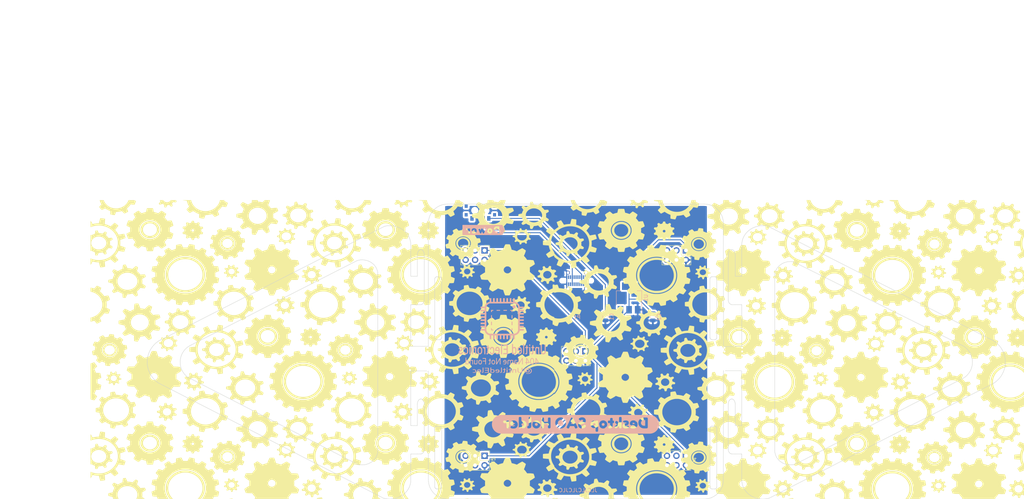
<source format=kicad_pcb>
(kicad_pcb (version 20210228) (generator pcbnew)
  (layers (0 "F.Cu" signal) (31 "B.Cu" signal) (34 "B.Paste" user) (35 "F.Paste" user) (36 "B.SilkS" user "B.Silkscreen") (37 "F.SilkS" user "F.Silkscreen") (38 "B.Mask" user) (39 "F.Mask" user) (44 "Edge.Cuts" user))
  (net 0 "")
  (net 1 "Net-(C1-Pad2)")
  (net 2 "VSS")
  (net 3 "VCC")
  (net 5 "+5V")
  (footprint "Connector_PinHeader_2.54mm:PinHeader_2x03_P2.54mm_Vertical" (layer "F.Cu") (at 126.975 120.65 -90)
    (fp_text reference "J5")
    (fp_text value "Conn_02x03_Odd_Even")
  )
  (footprint "Connector_PinHeader_2.54mm:PinHeader_2x03_P2.54mm_Vertical" (layer "F.Cu") (at 180.9 65.65 -90)
    (fp_text reference "J2")
    (fp_text value "Conn_02x03_Odd_Even")
  )
  (footprint "Connector_PinHeader_2.54mm:PinHeader_2x03_P2.54mm_Vertical" (layer "F.Cu") (at 126.975 65.65 -90)
    (fp_text reference "J1")
    (fp_text value "Conn_02x03_Odd_Even")
  )
  (footprint "LOGO" (layer "F.Cu") (at 0 0)
    (fp_text reference "G***" hide)
    (fp_text value "LOGO" hide)
  )
  (footprint "LOGO" (layer "F.Cu") (at 0 0)
    (fp_text reference "G***" hide)
    (fp_text value "LOGO" hide)
  )
  (footprint "Connector_PinHeader_2.54mm:PinHeader_2x03_P2.54mm_Vertical" (layer "F.Cu") (at 153.975 92.65 -90)
    (fp_text reference "J3")
    (fp_text value "Conn_02x03_Odd_Even")
  )
  (footprint "Gears:F.SilkS_g20319" (layer "F.Cu") (at 146.43 92.18)
    (fp_text reference "G***" hide)
    (fp_text value "LOGO" hide)
  )
  (footprint "DesktopHolder:MouseBites" (layer "F.Cu") (at 109.525 93.5)
    (fp_text reference "REF**" hide)
    (fp_text value "MouseBites")
  )
  (footprint "Connector_PinHeader_2.54mm:PinHeader_2x03_P2.54mm_Vertical" (layer "F.Cu") (at 180.9 120.65 -90)
    (fp_text reference "J4")
    (fp_text value "Conn_02x03_Odd_Even")
  )
  (footprint "LOGO" (layer "F.Cu") (at 0 0)
    (fp_text reference "G***" hide)
    (fp_text value "LOGO" hide)
  )
  (footprint "LOGO" (layer "F.Cu") (at 0 0)
    (fp_text reference "G***" hide)
    (fp_text value "LOGO" hide)
  )
  (footprint "LOGO" (layer "F.Cu") (at 0 0)
    (fp_text reference "G***" hide)
    (fp_text value "LOGO" hide)
  )
  (footprint "LOGO" (layer "F.Cu") (at 0 0)
    (fp_text reference "G***" hide)
    (fp_text value "LOGO" hide)
  )
  (footprint "LOGO" (layer "F.Cu") (at 0 0)
    (fp_text reference "G***" hide)
    (fp_text value "LOGO" hide)
  )
  (footprint "BreadBoardPwr:SK-3296S_switch" (layer "B.Cu") (at 125.855 54.95 180)
    (fp_text reference "Power1" hide)
    (fp_text value "SW3")
  )
  (footprint "Capacitor_SMD:C_0805_2012Metric" (layer "B.Cu") (at 172.05 83.45 90)
    (fp_text reference "C2")
    (fp_text value "1uF")
  )
  (footprint "cafebabe:UELogoAbove" (layer "B.Cu") (at 131.929925 87.500024 180)
    (fp_text reference "Ref**" hide)
    (fp_text value "Val**" hide)
  )
  (footprint "Capacitor_SMD:C_0805_2012Metric" (layer "B.Cu") (at 159.325 83.425 90)
    (fp_text reference "C1")
    (fp_text value "1uF")
  )
  (footprint "Package_TO_SOT_SMD:SOT-223-3_TabPin2" (layer "B.Cu") (at 165.675 78.375 90)
    (fp_text reference "U1")
    (fp_text value "TLV1117-33")
  )
  (footprint "Reflow:Jing_USB-C_Vert_C168703" (layer "B.Cu") (at 151.725 73.75 180)
    (fp_text reference "P1")
    (fp_text value "USB_C_Plug_corrected")
  )
  (footprint "DesktopHolder:MouseBites" (layer "B.Cu") (at 193.43625 93.5125 180)
    (fp_text reference "REF**" hide)
    (fp_text value "MouseBites")
  )
  (footprint "svg2mod" (layer "B.Cu") (at 151.32 112.22 180)
    (fp_text reference "svg2mod" hide)
    (fp_text value "G***" hide)
  )
  (footprint "buzzardLabel" (layer "B.Cu") (at 126.39 60.17 180)
    (fp_text reference "")
    (fp_text value "")
  )
  (gr_line (start 197.21165 130.452) (end 197.00565 130.22) (layer "Edge.Cuts") (width 0.1))
  (gr_line (start 93.85025 68.1829) (end 94.34265 68.1751) (layer "Edge.Cuts") (width 0.1))
  (gr_line (start 115.12495 89.4904) (end 115.01625 89.524) (layer "Edge.Cuts") (width 0.1))
  (gr_line (start 115.37915 129.2813) (end 115.30865 129.3667) (layer "Edge.Cuts") (width 0.1))
  (gr_line (start 185.78065 53.2289) (end 186.30865 53.2559) (layer "Edge.Cuts") (width 0.1))
  (gr_line (start 114.22155 72.7016) (end 114.22155 72.7016) (layer "Edge.Cuts") (width 0.1))
  (gr_line (start 113.89795 89.4372) (end 113.81245 89.3667) (layer "Edge.Cuts") (width 0.1))
  (gr_line (start 263.32965 101.2071) (end 203.21365 131.9903) (layer "Edge.Cuts") (width 0.1))
  (gr_line (start 47.21575 91.7285) (end 47.48805 91.5125) (layer "Edge.Cuts") (width 0.1))
  (gr_line (start 115.46585 73.1629) (end 115.47755 73.2796) (layer "Edge.Cuts") (width 0.1))
  (gr_line (start 109.71985 65.458) (end 109.90785 65.4297) (layer "Edge.Cuts") (width 0.1))
  (gr_line (start 264.43465 90.7397) (end 264.09265 90.4285) (layer "Edge.Cuts") (width 0.1))
  (gr_line (start 264.75965 99.9936) (end 265.05565 99.6369) (layer "Edge.Cuts") (width 0.1))
  (gr_line (start 192.51365 105.8393) (end 192.65065 105.6684) (layer "Edge.Cuts") (width 0.1))
  (gr_line (start 197.67165 60.3729) (end 197.43565 60.5829) (layer "Edge.Cuts") (width 0.1))
  (gr_line (start 257.38865 97.1144) (end 257.48465 96.7817) (layer "Edge.Cuts") (width 0.1))
  (gr_line (start 194.08065 106.548) (end 194.09965 106.8312) (layer "Edge.Cuts") (width 0.1))
  (gr_line (start 110.83585 66.8311) (end 110.83585 78.8857) (layer "Edge.Cuts") (width 0.1))
  (gr_line (start 115.37915 112.956) (end 115.43225 113.0542) (layer "Edge.Cuts") (width 0.1))
  (gr_line (start 97.03215 122.0697) (end 97.37615 121.7461) (layer "Edge.Cuts") (width 0.1))
  (gr_line (start 109.24985 105.8393) (end 109.13685 106.0465) (layer "Edge.Cuts") (width 0.1))
  (gr_line (start 264.43865 100.3305) (end 264.75965 99.9936) (layer "Edge.Cuts") (width 0.1))
  (gr_line (start 205.67265 69.9631) (end 205.37465 70.3185) (layer "Edge.Cuts") (width 0.1))
  (gr_line (start 115.37915 89.2813) (end 115.30865 89.3667) (layer "Edge.Cuts") (width 0.1))
  (gr_line (start 195.87465 127.1664) (end 195.85765 120.1702) (layer "Edge.Cuts") (width 0.1))
  (gr_line (start 46.72085 92.2118) (end 46.95975 91.9619) (layer "Edge.Cuts") (width 0.1))
  (gr_line (start 114.22155 89.5357) (end 114.10475 89.524) (layer "Edge.Cuts") (width 0.1))
  (gr_line (start 113.81245 89.3667) (end 113.74195 89.2813) (layer "Edge.Cuts") (width 0.1))
  (gr_line (start 196.22065 128.9249) (end 196.11565 128.6437) (layer "Edge.Cuts") (width 0.1))
  (gr_line (start 209.19665 68.6355) (end 208.70465 68.6277) (layer "Edge.Cuts") (width 0.1))
  (gr_line (start 189.13265 129.183) (end 189.07865 129.2813) (layer "Edge.Cuts") (width 0.1))
  (gr_line (start 116.03755 53.3329) (end 116.54955 53.2559) (layer "Edge.Cuts") (width 0.1))
  (gr_line (start 205.40465 121.3906) (end 205.15665 121.0075) (layer "Edge.Cuts") (width 0.1))
  (gr_line (start 113.43355 54.7339) (end 113.79855 54.4019) (layer "Edge.Cuts") (width 0.1))
  (gr_line (start 192.26465 79.1638) (end 192.32565 79.4139) (layer "Edge.Cuts") (width 0.1))
  (gr_line (start 192.24265 66.8311) (end 192.24265 78.8857) (layer "Edge.Cuts") (width 0.1))
  (gr_line (start 110.83585 118.8857) (end 110.83585 106.8312) (layer "Edge.Cuts") (width 0.1))
  (gr_line (start 115.12495 129.4904) (end 115.01625 129.524) (layer "Edge.Cuts") (width 0.1))
  (gr_line (start 189.13265 89.183) (end 189.07865 89.2813) (layer "Edge.Cuts") (width 0.1))
  (gr_line (start 264.75265 91.0729) (end 264.43465 90.7397) (layer "Edge.Cuts") (width 0.1))
  (gr_line (start 38.0228 99.6369) (end 37.7533 99.262) (layer "Edge.Cuts") (width 0.1))
  (gr_line (start 45.52065 94.6842) (end 45.59435 94.3384) (layer "Edge.Cuts") (width 0.1))
  (gr_line (start 201.91365 59.0339) (end 201.58465 59.0209) (layer "Edge.Cuts") (width 0.1))
  (gr_line (start 192.42265 119.6332) (end 192.32565 119.4139) (layer "Edge.Cuts") (width 0.1))
  (gr_line (start 104.32785 59.6639) (end 104.61385 59.8189) (layer "Edge.Cuts") (width 0.1))
  (gr_line (start 115.46585 113.1629) (end 115.47755 113.2797) (layer "Edge.Cuts") (width 0.1))
  (gr_line (start 207.73665 68.767) (end 207.27165 68.9125) (layer "Edge.Cuts") (width 0.1))
  (gr_line (start 257.63165 95.7467) (end 257.63265 95.3932) (layer "Edge.Cuts") (width 0.1))
  (gr_line (start 195.85665 72.5479) (end 195.71965 72.5486) (layer "Edge.Cuts") (width 0.1))
  (gr_line (start 97.67315 121.3906) (end 97.92115 121.0075) (layer "Edge.Cuts") (width 0.1))
  (gr_line (start 188.71665 112.7133) (end 188.82465 112.7469) (layer "Edge.Cuts") (width 0.1))
  (gr_line (start 116.54955 132.2049) (end 116.03755 132.1271) (layer "Edge.Cuts") (width 0.1))
  (gr_line (start 185.78065 132.2314) (end 117.07755 132.2314) (layer "Edge.Cuts") (width 0.1))
  (gr_line (start 206.40265 69.3518) (end 206.01565 69.6394) (layer "Edge.Cuts") (width 0.1))
  (gr_line (start 113.99615 89.4904) (end 113.89795 89.4372) (layer "Edge.Cuts") (width 0.1))
  (gr_line (start 188.59965 72.7016) (end 188.71665 72.7133) (layer "Edge.Cuts") (width 0.1))
  (gr_line (start 105.15585 60.1749) (end 105.40685 60.3729) (layer "Edge.Cuts") (width 0.1))
  (gr_line (start 106.43485 61.5299) (end 106.59185 61.7889) (layer "Edge.Cuts") (width 0.1))
  (gr_line (start 192.80865 105.5395) (end 192.98365 105.4581) (layer "Edge.Cuts") (width 0.1))
  (gr_line (start 115.54355 132.0006) (end 115.06955 131.8279) (layer "Edge.Cuts") (width 0.1))
  (gr_line (start 45.59445 96.7817) (end 45.52165 96.4421) (layer "Edge.Cuts") (width 0.1))
  (gr_line (start 94.34265 68.1751) (end 94.83105 68.2192) (layer "Edge.Cuts") (width 0.1))
  (gr_line (start 196.64165 129.7269) (end 196.48465 129.4672) (layer "Edge.Cuts") (width 0.1))
  (gr_line (start 92.87515 122.8998) (end 92.87515 122.8998) (layer "Edge.Cuts") (width 0.1))
  (gr_line (start 96.64515 122.3574) (end 97.03215 122.0697) (layer "Edge.Cuts") (width 0.1))
  (gr_line (start 101.16685 132.2221) (end 101.49485 132.236) (layer "Edge.Cuts") (width 0.1))
  (gr_line (start 192.32565 79.4139) (end 192.42265 79.6332) (layer "Edge.Cuts") (width 0.1))
  (gr_line (start 193.17065 65.4297) (end 192.98365 65.458) (layer "Edge.Cuts") (width 0.1))
  (gr_line (start 117.07755 132.2314) (end 116.54955 132.2049) (layer "Edge.Cuts") (width 0.1))
  (gr_line (start 256.96365 93.0504) (end 256.78065 92.757) (layer "Edge.Cuts") (width 0.1))
  (gr_line (start 113.99615 72.7469) (end 114.10475 72.7133) (layer "Edge.Cuts") (width 0.1))
  (gr_line (start 187.92165 72.7016) (end 187.92165 72.7016) (layer "Edge.Cuts") (width 0.1))
  (gr_line (start 208.73465 123.0815) (end 208.24565 123.0374) (layer "Edge.Cuts") (width 0.1))
  (gr_line (start 113.64345 128.9576) (end 113.64345 113.2797) (layer "Edge.Cuts") (width 0.1))
  (gr_line (start 113.81245 112.8705) (end 113.89795 112.8) (layer "Edge.Cuts") (width 0.1))
  (gr_line (start 39.74885 101.2071) (end 99.86485 131.9903) (layer "Edge.Cuts") (width 0.1))
  (gr_line (start 115.01625 129.524) (end 114.89955 129.5357) (layer "Edge.Cuts") (width 0.1))
  (gr_line (start 109.71985 105.4581) (end 109.54485 105.5395) (layer "Edge.Cuts") (width 0.1))
  (gr_line (start 37.7533 99.262) (end 37.5106 98.8703) (layer "Edge.Cuts") (width 0.1))
  (gr_line (start 254.99965 91.1369) (end 254.68265 90.9793) (layer "Edge.Cuts") (width 0.1))
  (gr_line (start 100.18485 59.1819) (end 100.50985 59.1149) (layer "Edge.Cuts") (width 0.1))
  (gr_line (start 114.10475 89.524) (end 113.99615 89.4904) (layer "Edge.Cuts") (width 0.1))
  (gr_line (start 189.05965 54.4019) (end 189.42465 54.7339) (layer "Edge.Cuts") (width 0.1))
  (gr_line (start 92.87415 68.3568) (end 93.35905 68.2432) (layer "Edge.Cuts") (width 0.1))
  (gr_line (start 189.07865 72.956) (end 189.13265 73.0542) (layer "Edge.Cuts") (width 0.1))
  (gr_line (start 266.41765 96.2528) (end 266.45065 95.7861) (layer "Edge.Cuts") (width 0.1))
  (gr_line (start 192.86765 80.0782) (end 193.04965 80.1463) (layer "Edge.Cuts") (width 0.1))
  (gr_line (start 186.82165 132.1271) (end 186.30865 132.2049) (layer "Edge.Cuts") (width 0.1))
  (gr_line (start 100.50985 59.1149) (end 100.83685 59.0659) (layer "Edge.Cuts") (width 0.1))
  (gr_line (start 109.83785 120.1697) (end 110.02885 120.1464) (layer "Edge.Cuts") (width 0.1))
  (gr_line (start 37.3014 92.5987) (end 37.518 92.191) (layer "Edge.Cuts") (width 0.1))
  (gr_line (start 266.12565 93.4588) (end 265.96565 93.0218) (layer "Edge.Cuts") (width 0.1))
  (gr_line (start 187.80465 129.524) (end 187.69565 129.4904) (layer "Edge.Cuts") (width 0.1))
  (gr_line (start 111.92855 91.35) (end 111.92855 58.3789) (layer "Edge.Cuts") (width 0.1))
  (gr_line (start 189.16565 73.1629) (end 189.17765 73.2796) (layer "Edge.Cuts") (width 0.1))
  (gr_line (start 106.85785 128.9249) (end 106.96285 128.6437) (layer "Edge.Cuts") (width 0.1))
  (gr_line (start 112.54855 55.9199) (end 112.80555 55.4959) (layer "Edge.Cuts") (width 0.1))
  (gr_line (start 114.22155 129.5357) (end 114.10475 129.524) (layer "Edge.Cuts") (width 0.1))
  (gr_line (start 186.30865 53.2559) (end 186.82165 53.3329) (layer "Edge.Cuts") (width 0.1))
  (gr_line (start 104.03585 131.7309) (end 104.32985 131.5925) (layer "Edge.Cuts") (width 0.1))
  (gr_line (start 202.56865 59.1149) (end 202.24165 59.0659) (layer "Edge.Cuts") (width 0.1))
  (gr_line (start 108.99785 106.548) (end 108.97885 106.8312) (layer "Edge.Cuts") (width 0.1))
  (gr_line (start 194.02665 66.2846) (end 193.82865 65.8392) (layer "Edge.Cuts") (width 0.1))
  (gr_line (start 105.40685 60.3729) (end 105.64285 60.5829) (layer "Edge.Cuts") (width 0.1))
  (gr_line (start 193.04965 120.1464) (end 192.86765 120.0783) (layer "Edge.Cuts") (width 0.1))
  (gr_line (start 187.35565 89.0744) (end 187.34365 88.9576) (layer "Edge.Cuts") (width 0.1))
  (gr_line (start 256.96965 98.0598) (end 257.13065 97.7546) (layer "Edge.Cuts") (width 0.1))
  (gr_line (start 110.67785 66.0465) (end 110.76285 66.2846) (layer "Edge.Cuts") (width 0.1))
  (gr_line (start 113.68875 129.183) (end 113.65515 129.0744) (layer "Edge.Cuts") (width 0.1))
  (gr_line (start 38.31865 99.9936) (end 38.0228 99.6369) (layer "Edge.Cuts") (width 0.1))
  (gr_line (start 194.09965 120.1684) (end 193.24065 120.1697) (layer "Edge.Cuts") (width 0.1))
  (gr_line (start 192.31565 106.2846) (end 192.40065 106.0465) (layer "Edge.Cuts") (width 0.1))
  (gr_line (start 187.51265 72.8705) (end 187.59765 72.8) (layer "Edge.Cuts") (width 0.1))
  (gr_line (start 187.59765 89.4372) (end 187.51265 89.3667) (layer "Edge.Cuts") (width 0.1))
  (gr_line (start 47.49335 99.6112) (end 47.21585 99.3916) (layer "Edge.Cuts") (width 0.1))
  (gr_line (start 96.22235 68.6551) (end 96.64455 68.8992) (layer "Edge.Cuts") (width 0.1))
  (gr_line (start 190.52565 56.3709) (end 190.69865 56.8439) (layer "Edge.Cuts") (width 0.1))
  (gr_line (start 187.59765 129.4372) (end 187.51265 129.3667) (layer "Edge.Cuts") (width 0.1))
  (gr_line (start 187.92165 129.5357) (end 187.80465 129.524) (layer "Edge.Cuts") (width 0.1))
  (gr_line (start 187.51265 89.3667) (end 187.44165 89.2813) (layer "Edge.Cuts") (width 0.1))
  (gr_line (start 186.30865 132.2049) (end 185.78065 132.2314) (layer "Edge.Cuts") (width 0.1))
  (gr_line (start 210.20265 122.8998) (end 209.71765 123.0134) (layer "Edge.Cuts") (width 0.1))
  (gr_line (start 104.32985 131.5925) (end 104.61585 131.4379) (layer "Edge.Cuts") (width 0.1))
  (gr_line (start 189.17765 88.9576) (end 189.16565 89.0744) (layer "Edge.Cuts") (width 0.1))
  (gr_line (start 196.64365 61.5299) (end 196.48665 61.7889) (layer "Edge.Cuts") (width 0.1))
  (gr_line (start 256.11865 91.9619) (end 255.86265 91.7285) (layer "Edge.Cuts") (width 0.1))
  (gr_line (start 200.92865 132.2117) (end 200.60365 132.1737) (layer "Edge.Cuts") (width 0.1))
  (gr_line (start 115.47755 73.2796) (end 115.47755 88.9576) (layer "Edge.Cuts") (width 0.1))
  (gr_line (start 115.37915 72.956) (end 115.43225 73.0542) (layer "Edge.Cuts") (width 0.1))
  (gr_line (start 110.42785 105.6684) (end 110.26985 105.5395) (layer "Edge.Cuts") (width 0.1))
  (gr_line (start 205.70165 121.7461) (end 205.40465 121.3906) (layer "Edge.Cuts") (width 0.1))
  (gr_line (start 47.48805 91.5125) (end 47.77605 91.315) (layer "Edge.Cuts") (width 0.1))
  (gr_line (start 110.81685 106.548) (end 110.76285 106.2846) (layer "Edge.Cuts") (width 0.1))
  (gr_line (start 115.47755 113.2797) (end 115.47755 128.9576) (layer "Edge.Cuts") (width 0.1))
  (gr_line (start 115.47755 128.9576) (end 115.46585 129.0744) (layer "Edge.Cuts") (width 0.1))
  (gr_line (start 115.43225 73.0542) (end 115.46585 73.1629) (layer "Edge.Cuts") (width 0.1))
  (gr_line (start 115.54355 53.4599) (end 116.03755 53.3329) (layer "Edge.Cuts") (width 0.1))
  (gr_line (start 106.26085 61.2789) (end 106.43485 61.5299) (layer "Edge.Cuts") (width 0.1))
  (gr_line (start 109.90785 105.4297) (end 109.71985 105.4581) (layer "Edge.Cuts") (width 0.1))
  (gr_line (start 262.07965 89.2481) (end 202.89365 59.1819) (layer "Edge.Cuts") (width 0.1))
  (gr_line (start 100.83885 132.1908) (end 101.16685 132.2221) (layer "Edge.Cuts") (width 0.1))
  (gr_line (start 103.11385 132.0468) (end 103.42685 131.9581) (layer "Edge.Cuts") (width 0.1))
  (gr_line (start 110.81385 119.1638) (end 110.83585 118.8857) (layer "Edge.Cuts") (width 0.1))
  (gr_line (start 45.44655 95.3932) (end 45.47105 95.0374) (layer "Edge.Cuts") (width 0.1))
  (gr_line (start 257.60665 96.0967) (end 257.63165 95.7467) (layer "Edge.Cuts") (width 0.1))
  (gr_line (start 48.07885 91.1369) (end 48.39575 90.9793) (layer "Edge.Cuts") (width 0.1))
  (gr_line (start 187.51265 129.3667) (end 187.44165 129.2813) (layer "Edge.Cuts") (width 0.1))
  (gr_line (start 113.74195 72.956) (end 113.81245 72.8705) (layer "Edge.Cuts") (width 0.1))
  (gr_line (start 107.19885 91.333) (end 111.92855 91.35) (layer "Edge.Cuts") (width 0.1))
  (gr_line (start 107.35885 80.1684) (end 107.20885 80.1669) (layer "Edge.Cuts") (width 0.1))
  (gr_line (start 257.27065 97.4391) (end 257.38865 97.1144) (layer "Edge.Cuts") (width 0.1))
  (gr_line (start 102.14785 59.0449) (end 102.47285 59.0829) (layer "Edge.Cuts") (width 0.1))
  (gr_line (start 109.05185 66.2846) (end 109.13685 66.0465) (layer "Edge.Cuts") (width 0.1))
  (gr_line (start 266.25465 93.9085) (end 266.12565 93.4588) (layer "Edge.Cuts") (width 0.1))
  (gr_line (start 255.86265 91.7285) (end 255.59065 91.5125) (layer "Edge.Cuts") (width 0.1))
  (gr_line (start 107.19685 63.7886) (end 107.20785 64.0918) (layer "Edge.Cuts") (width 0.1))
  (gr_line (start 37.2956 98.4633) (end 37.109 98.0426) (layer "Edge.Cuts") (width 0.1))
  (gr_line (start 199.96665 59.2099) (end 199.65365 59.2979) (layer "Edge.Cuts") (width 0.1))
  (gr_line (start 107.20785 64.0918) (end 107.20785 64.0918) (layer "Edge.Cuts") (width 0.1))
  (gr_line (start 188.92265 112.8) (end 189.00865 112.8705) (layer "Edge.Cuts") (width 0.1))
  (gr_line (start 262.51965 89.4296) (end 262.07965 89.2481) (layer "Edge.Cuts") (width 0.1))
  (gr_line (start 106.96085 62.6128) (end 107.04885 62.8998) (layer "Edge.Cuts") (width 0.1))
  (gr_line (start 112.54855 129.5402) (end 112.33155 129.0899) (layer "Edge.Cuts") (width 0.1))
  (gr_line (start 189.42465 54.7339) (end 189.75565 55.0989) (layer "Edge.Cuts") (width 0.1))
  (gr_line (start 98.35165 71.5234) (end 98.38255 71.9759) (layer "Edge.Cuts") (width 0.1))
  (gr_line (start 113.99615 112.7469) (end 114.10475 112.7133) (layer "Edge.Cuts") (width 0.1))
  (gr_line (start 94.83215 123.0374) (end 95.31115 122.9422) (layer "Edge.Cuts") (width 0.1))
  (gr_line (start 110.26985 65.5395) (end 110.42685 65.6684) (layer "Edge.Cuts") (width 0.1))
  (gr_line (start 195.96165 63.1919) (end 195.91165 63.4884) (layer "Edge.Cuts") (width 0.1))
  (gr_line (start 190.05165 55.4959) (end 190.30965 55.9199) (layer "Edge.Cuts") (width 0.1))
  (gr_line (start 109.90785 65.4297) (end 110.09485 65.458) (layer "Edge.Cuts") (width 0.1))
  (gr_line (start 190.69865 128.6163) (end 190.52565 129.0899) (layer "Edge.Cuts") (width 0.1))
  (gr_line (start 200.60365 132.1737) (end 200.28265 132.1187) (layer "Edge.Cuts") (width 0.1))
  (gr_line (start 265.31665 91.7999) (end 265.04765 91.4268) (layer "Edge.Cuts") (width 0.1))
  (gr_line (start 196.34565 62.0569) (end 196.22265 62.3316) (layer "Edge.Cuts") (width 0.1))
  (gr_line (start 202.24165 59.0659) (end 201.91365 59.0339) (layer "Edge.Cuts") (width 0.1))
  (gr_line (start 105.86685 130.452) (end 106.07285 130.22) (layer "Edge.Cuts") (width 0.1))
  (gr_line (start 263.34565 89.8772) (end 262.94165 89.6397) (layer "Edge.Cuts") (width 0.1))
  (gr_line (start 198.74865 131.5925) (end 198.46265 131.4379) (layer "Edge.Cuts") (width 0.1))
  (gr_line (start 204.78465 71.5346) (end 204.69565 71.976) (layer "Edge.Cuts") (width 0.1))
  (gr_line (start 108.97885 72.5486) (end 108.97885 66.8311) (layer "Edge.Cuts") (width 0.1))
  (gr_line (start 187.59765 72.8) (end 187.69565 72.7469) (layer "Edge.Cuts") (width 0.1))
  (gr_line (start 46.71555 98.9023) (end 46.49365 98.6348) (layer "Edge.Cuts") (width 0.1))
  (gr_line (start 189.00865 112.8705) (end 189.07865 112.956) (layer "Edge.Cuts") (width 0.1))
  (gr_line (start 188.92265 129.4372) (end 188.82465 129.4904) (layer "Edge.Cuts") (width 0.1))
  (gr_line (start 192.98365 65.458) (end 192.80865 65.5395) (layer "Edge.Cuts") (width 0.1))
  (gr_line (start 109.24985 65.8392) (end 109.38785 65.6684) (layer "Edge.Cuts") (width 0.1))
  (gr_line (start 38.64385 90.7397) (end 38.98585 90.4285) (layer "Edge.Cuts") (width 0.1))
  (gr_line (start 199.65165 131.9581) (end 199.34365 131.8528) (layer "Edge.Cuts") (width 0.1))
  (gr_line (start 40.55885 89.4296) (end 40.99885 89.2481) (layer "Edge.Cuts") (width 0.1))
  (gr_line (start 110.75285 119.4139) (end 110.81385 119.1638) (layer "Edge.Cuts") (width 0.1))
  (gr_line (start 193.53365 65.5395) (end 193.35865 65.458) (layer "Edge.Cuts") (width 0.1))
  (gr_line (start 193.24065 80.1696) (end 194.09965 80.1683) (layer "Edge.Cuts") (width 0.1))
  (gr_line (start 109.38785 105.6684) (end 109.24985 105.8393) (layer "Edge.Cuts") (width 0.1))
  (gr_line (start 97.03175 69.1868) (end 97.37505 69.5105) (layer "Edge.Cuts") (width 0.1))
  (gr_line (start 193.82865 65.8392) (end 193.69065 65.6684) (layer "Edge.Cuts") (width 0.1))
  (gr_line (start 196.81765 61.2789) (end 196.64365 61.5299) (layer "Edge.Cuts") (width 0.1))
  (gr_line (start 115.12495 112.7469) (end 115.22315 112.8) (layer "Edge.Cuts") (width 0.1))
  (gr_line (start 106.73485 129.1996) (end 106.85785 128.9249) (layer "Edge.Cuts") (width 0.1))
  (gr_line (start 36.8238 93.9085) (end 36.9532 93.4588) (layer "Edge.Cuts") (width 0.1))
  (gr_line (start 190.82565 128.122) (end 190.69865 128.6163) (layer "Edge.Cuts") (width 0.1))
  (gr_line (start 188.59965 112.7016) (end 188.71665 112.7133) (layer "Edge.Cuts") (width 0.1))
  (gr_line (start 100.83685 59.0659) (end 101.16485 59.0339) (layer "Edge.Cuts") (width 0.1))
  (gr_line (start 102.14985 132.2117) (end 102.47485 132.1737) (layer "Edge.Cuts") (width 0.1))
  (gr_line (start 201.25565 132.2325) (end 200.92865 132.2117) (layer "Edge.Cuts") (width 0.1))
  (gr_line (start 107.11885 128.0646) (end 107.16885 127.7681) (layer "Edge.Cuts") (width 0.1))
  (gr_line (start 266.35165 96.7133) (end 266.41765 96.2528) (layer "Edge.Cuts") (width 0.1))
  (gr_line (start 207.76665 122.9422) (end 207.30065 122.7967) (layer "Edge.Cuts") (width 0.1))
  (gr_line (start 111.92855 127.0817) (end 111.9 97.925) (layer "Edge.Cuts") (width 0.1))
  (gr_line (start 45.95255 93.3562) (end 46.11505 93.0504) (layer "Edge.Cuts") (width 0.1))
  (gr_line (start 115.30865 112.8705) (end 115.37915 112.956) (layer "Edge.Cuts") (width 0.1))
  (gr_line (start 195.91165 63.4884) (end 195.88165 63.7886) (layer "Edge.Cuts") (width 0.1))
  (gr_line (start 45.81115 93.6734) (end 45.95255 93.3562) (layer "Edge.Cuts") (width 0.1))
  (gr_line (start 194.08065 66.548) (end 194.02665 66.2846) (layer "Edge.Cuts") (width 0.1))
  (gr_line (start 266.41865 94.8404) (end 266.35265 94.3694) (layer "Edge.Cuts") (width 0.1))
  (gr_line (start 188.59965 129.5357) (end 187.92165 129.5357) (layer "Edge.Cuts") (width 0.1))
  (gr_line (start 263.72965 90.1405) (end 263.34565 89.8772) (layer "Edge.Cuts") (width 0.1))
  (gr_line (start 186.82165 53.3329) (end 187.31565 53.4599) (layer "Edge.Cuts") (width 0.1))
  (gr_line (start 197.43365 130.6734) (end 197.21165 130.452) (layer "Edge.Cuts") (width 0.1))
  (gr_line (start 195.88165 63.7886) (end 195.87065 64.0918) (layer "Edge.Cuts") (width 0.1))
  (gr_line (start 108.99785 66.548) (end 109.05185 66.2846) (layer "Edge.Cuts") (width 0.1))
  (gr_line (start 195.82965 91.3887) (end 195.86965 80.1669) (layer "Edge.Cuts") (width 0.1))
  (gr_line (start 113.79855 131.0583) (end 113.43355 130.7264) (layer "Edge.Cuts") (width 0.1))
  (gr_line (start 113.81245 129.3667) (end 113.74195 129.2813) (layer "Edge.Cuts") (width 0.1))
  (gr_line (start 193.69065 65.6684) (end 193.53365 65.5395) (layer "Edge.Cuts") (width 0.1))
  (gr_line (start 190.97365 91.4) (end 195.82965 91.3887) (layer "Edge.Cuts") (width 0.1))
  (gr_line (start 105.40885 130.8835) (end 105.64485 130.6734) (layer "Edge.Cuts") (width 0.1))
  (gr_line (start 115.12495 72.7469) (end 115.22315 72.8) (layer "Edge.Cuts") (width 0.1))
  (gr_line (start 265.05565 99.6369) (end 265.32465 99.262) (layer "Edge.Cuts") (width 0.1))
  (gr_line (start 109.13685 106.0465) (end 109.05185 106.2846) (layer "Edge.Cuts") (width 0.1))
  (gr_line (start 115.43225 89.183) (end 115.37915 89.2813) (layer "Edge.Cuts") (width 0.1))
  (gr_line (start 187.44165 89.2813) (end 187.38865 89.183) (layer "Edge.Cuts") (width 0.1))
  (gr_line (start 95.77605 68.4599) (end 96.22235 68.6551) (layer "Edge.Cuts") (width 0.1))
  (gr_line (start 195.86965 80.1669) (end 195.71965 80.1684) (layer "Edge.Cuts") (width 0.1))
  (gr_line (start 193.17065 105.4297) (end 193.35865 105.4581) (layer "Edge.Cuts") (width 0.1))
  (gr_line (start 106.07285 130.22) (end 106.26285 129.978) (layer "Edge.Cuts") (width 0.1))
  (gr_line (start 187.44165 129.2813) (end 187.38865 129.183) (layer "Edge.Cuts") (width 0.1))
  (gr_line (start 190.30965 55.9199) (end 190.52565 56.3709) (layer "Edge.Cuts") (width 0.1))
  (gr_line (start 188.66365 54.1059) (end 189.05965 54.4019) (layer "Edge.Cuts") (width 0.1))
  (gr_line (start 192.24265 118.8857) (end 192.24265 106.8312) (layer "Edge.Cuts") (width 0.1))
  (gr_line (start 45.44715 95.7467) (end 45.44655 95.3932) (layer "Edge.Cuts") (width 0.1))
  (gr_line (start 205.12665 70.7017) (end 204.92865 71.1084) (layer "Edge.Cuts") (width 0.1))
  (gr_line (start 265.04765 91.4268) (end 264.75265 91.0729) (layer "Edge.Cuts") (width 0.1))
  (gr_line (start 206.04565 122.0697) (end 205.70165 121.7461) (layer "Edge.Cuts") (width 0.1))
  (gr_line (start 39.34885 90.1405) (end 39.73285 89.8772) (layer "Edge.Cuts") (width 0.1))
  (gr_line (start 257.13065 97.7546) (end 257.27065 97.4391) (layer "Edge.Cuts") (width 0.1))
  (gr_line (start 187.31565 132.0006) (end 186.82165 132.1271) (layer "Edge.Cuts") (width 0.1))
  (gr_line (start 112.80555 55.4959) (end 113.10155 55.0989) (layer "Edge.Cuts") (width 0.1))
  (gr_line (start 257.48465 96.7817) (end 257.55665 96.4421) (layer "Edge.Cuts") (width 0.1))
  (gr_line (start 106.59185 61.7889) (end 106.73285 62.0569) (layer "Edge.Cuts") (width 0.1))
  (gr_line (start 209.22665 123.0737) (end 208.73465 123.0815) (layer "Edge.Cuts") (width 0.1))
  (gr_line (start 92.87515 122.8998) (end 93.36015 123.0134) (layer "Edge.Cuts") (width 0.1))
  (gr_line (start 38.0312 91.4268) (end 38.32585 91.0729) (layer "Edge.Cuts") (width 0.1))
  (gr_line (start 197.92065 131.0816) (end 197.66965 130.8835) (layer "Edge.Cuts") (width 0.1))
  (gr_line (start 113.65515 113.1629) (end 113.68875 113.0542) (layer "Edge.Cuts") (width 0.1))
  (gr_line (start 109.13685 66.0465) (end 109.24985 65.8392) (layer "Edge.Cuts") (width 0.1))
  (gr_line (start 45.47105 95.0374) (end 45.52065 94.6842) (layer "Edge.Cuts") (width 0.1))
  (gr_line (start 208.24565 123.0374) (end 207.76665 122.9422) (layer "Edge.Cuts") (width 0.1))
  (gr_line (start 107.19885 97.9316) (end 111.9 97.925) (layer "Edge.Cuts") (width 0.1))
  (gr_line (start 199.65365 59.2979) (end 199.34565 59.4039) (layer "Edge.Cuts") (width 0.1))
  (gr_line (start 37.5106 98.8703) (end 37.2956 98.4633) (layer "Edge.Cuts") (width 0.1))
  (gr_line (start 199.04265 131.7309) (end 198.74865 131.5925) (layer "Edge.Cuts") (width 0.1))
  (gr_line (start 110.56485 105.8393) (end 110.42785 105.6684) (layer "Edge.Cuts") (width 0.1))
  (gr_line (start 255.59065 91.5125) (end 255.30265 91.315) (layer "Edge.Cuts") (width 0.1))
  (gr_line (start 36.9515 97.6097) (end 36.8238 97.1661) (layer "Edge.Cuts") (width 0.1))
  (gr_line (start 187.78865 53.6329) (end 188.23865 53.8489) (layer "Edge.Cuts") (width 0.1))
  (gr_line (start 187.34365 88.9576) (end 187.34365 73.2796) (layer "Edge.Cuts") (width 0.1))
  (gr_line (start 101.49485 132.236) (end 101.82285 132.2325) (layer "Edge.Cuts") (width 0.1))
  (gr_line (start 114.19455 54.1059) (end 114.61955 53.8489) (layer "Edge.Cuts") (width 0.1))
  (gr_line (start 193.69065 105.6684) (end 193.82865 105.8393) (layer "Edge.Cuts") (width 0.1))
  (gr_line (start 115.06955 53.6329) (end 115.54355 53.4599) (layer "Edge.Cuts") (width 0.1))
  (gr_line (start 107.22185 72.5479) (end 107.35885 72.5486) (layer "Edge.Cuts") (width 0.1))
  (gr_line (start 197.43565 60.5829) (end 197.21365 60.8049) (layer "Edge.Cuts") (width 0.1))
  (gr_line (start 106.07085 61.0369) (end 106.26085 61.2789) (layer "Edge.Cuts") (width 0.1))
  (gr_line (start 190.90365 127.6096) (end 190.82565 128.122) (layer "Edge.Cuts") (width 0.1))
  (gr_line (start 198.18765 59.9899) (end 197.92265 60.1749) (layer "Edge.Cuts") (width 0.1))
  (gr_line (start 116.54955 53.2559) (end 117.07755 53.2289) (layer "Edge.Cuts") (width 0.1))
  (gr_line (start 98.38255 71.9759) (end 98.38235 71.976) (layer "Edge.Cuts") (width 0.1))
  (gr_line (start 115.46585 89.0744) (end 115.43225 89.183) (layer "Edge.Cuts") (width 0.1))
  (gr_line (start 187.69565 129.4904) (end 187.59765 129.4372) (layer "Edge.Cuts") (width 0.1))
  (gr_line (start 192.51365 65.8392) (end 192.40065 66.0465) (layer "Edge.Cuts") (width 0.1))
  (gr_line (start 189.17765 128.9576) (end 189.16565 129.0744) (layer "Edge.Cuts") (width 0.1))
  (gr_line (start 114.89955 129.5357) (end 114.22155 129.5357) (layer "Edge.Cuts") (width 0.1))
  (gr_line (start 256.12265 99.155) (end 256.36365 98.9023) (layer "Edge.Cuts") (width 0.1))
  (gr_line (start 113.89795 112.8) (end 113.99615 112.7469) (layer "Edge.Cuts") (width 0.1))
  (gr_line (start 97.37615 121.7461) (end 97.67315 121.3906) (layer "Edge.Cuts") (width 0.1))
  (gr_line (start 115.01625 112.7133) (end 115.12495 112.7469) (layer "Edge.Cuts") (width 0.1))
  (gr_line (start 107.20785 64.0918) (end 107.22185 72.5479) (layer "Edge.Cuts") (width 0.1))
  (gr_line (start 198.46465 59.8189) (end 198.18765 59.9899) (layer "Edge.Cuts") (width 0.1))
  (gr_line (start 190.96465 97.8793) (end 190.93065 127.0817) (layer "Edge.Cuts") (width 0.1))
  (gr_line (start 110.56485 65.8392) (end 110.67785 66.0465) (layer "Edge.Cuts") (width 0.1))
  (gr_line (start 192.54865 119.8189) (end 192.42265 119.6332) (layer "Edge.Cuts") (width 0.1))
  (gr_line (start 110.52985 119.8189) (end 110.65585 119.6332) (layer "Edge.Cuts") (width 0.1))
  (gr_line (start 113.10155 130.361) (end 112.80555 129.9648) (layer "Edge.Cuts") (width 0.1))
  (gr_line (start 40.13685 89.6397) (end 40.55885 89.4296) (layer "Edge.Cuts") (width 0.1))
  (gr_line (start 112.15955 128.6163) (end 112.03255 128.122) (layer "Edge.Cuts") (width 0.1))
  (gr_line (start 187.69565 72.7469) (end 187.80465 72.7133) (layer "Edge.Cuts") (width 0.1))
  (gr_line (start 112.33155 129.0899) (end 112.15955 128.6163) (layer "Edge.Cuts") (width 0.1))
  (gr_line (start 46.29145 98.3536) (end 46.10945 98.0598) (layer "Edge.Cuts") (width 0.1))
  (gr_line (start 189.75565 55.0989) (end 190.05165 55.4959) (layer "Edge.Cuts") (width 0.1))
  (gr_line (start 93.35905 68.2432) (end 93.85025 68.1829) (layer "Edge.Cuts") (width 0.1))
  (gr_line (start 110.37985 79.9681) (end 110.21085 80.0782) (layer "Edge.Cuts") (width 0.1))
  (gr_line (start 99.86485 131.9903) (end 100.18685 132.0749) (layer "Edge.Cuts") (width 0.1))
  (gr_line (start 195.85765 120.1702) (end 195.70165 120.1695) (layer "Edge.Cuts") (width 0.1))
  (gr_line (start 195.70165 120.1695) (end 194.09965 120.1684) (layer "Edge.Cuts") (width 0.1))
  (gr_line (start 266.35265 94.3694) (end 266.25465 93.9085) (layer "Edge.Cuts") (width 0.1))
  (gr_line (start 197.00765 61.0369) (end 196.81765 61.2789) (layer "Edge.Cuts") (width 0.1))
  (gr_line (start 193.82865 105.8393) (end 193.94165 106.0465) (layer "Edge.Cuts") (width 0.1))
  (gr_line (start 114.10475 112.7133) (end 114.22155 112.7016) (layer "Edge.Cuts") (width 0.1))
  (gr_line (start 195.87965 127.4679) (end 195.87465 127.1664) (layer "Edge.Cuts") (width 0.1))
  (gr_line (start 95.77715 122.7967) (end 96.22315 122.6015) (layer "Edge.Cuts") (width 0.1))
  (gr_line (start 45.69145 94.0012) (end 45.81115 93.6734) (layer "Edge.Cuts") (width 0.1))
  (gr_line (start 45.59435 94.3384) (end 45.69145 94.0012) (layer "Edge.Cuts") (width 0.1))
  (gr_line (start 94.34315 123.0815) (end 94.83215 123.0374) (layer "Edge.Cuts") (width 0.1))
  (gr_line (start 46.11505 93.0504) (end 46.29775 92.757) (layer "Edge.Cuts") (width 0.1))
  (gr_line (start 266.25465 97.1661) (end 266.35165 96.7133) (layer "Edge.Cuts") (width 0.1))
  (gr_line (start 102.47485 132.1737) (end 102.79585 132.1187) (layer "Edge.Cuts") (width 0.1))
  (gr_line (start 115.47755 88.9576) (end 115.46585 89.0744) (layer "Edge.Cuts") (width 0.1))
  (gr_line (start 38.98585 100.646) (end 38.63985 100.3305) (layer "Edge.Cuts") (width 0.1))
  (gr_line (start 264.09265 90.4285) (end 263.72965 90.1405) (layer "Edge.Cuts") (width 0.1))
  (gr_line (start 110.76285 106.2846) (end 110.67785 106.0465) (layer "Edge.Cuts") (width 0.1))
  (gr_line (start 115.01625 72.7133) (end 115.12495 72.7469) (layer "Edge.Cuts") (width 0.1))
  (gr_line (start 117.07755 53.2289) (end 185.78065 53.2289) (layer "Edge.Cuts") (width 0.1))
  (gr_line (start 110.75285 79.4139) (end 110.65585 79.6332) (layer "Edge.Cuts") (width 0.1))
  (gr_line (start 204.81465 120.1746) (end 204.72565 119.7332) (layer "Edge.Cuts") (width 0.1))
  (gr_line (start 110.09485 65.458) (end 110.26985 65.5395) (layer "Edge.Cuts") (width 0.1))
  (gr_line (start 107.16685 63.4884) (end 107.19685 63.7886) (layer "Edge.Cuts") (width 0.1))
  (gr_line (start 189.00865 129.3667) (end 188.92265 129.4372) (layer "Edge.Cuts") (width 0.1))
  (gr_line (start 36.7255 94.3694) (end 36.8238 93.9085) (layer "Edge.Cuts") (width 0.1))
  (gr_line (start 266.45065 95.7861) (end 266.45165 95.3148) (layer "Edge.Cuts") (width 0.1))
  (gr_line (start 195.87065 64.0918) (end 195.85665 72.5479) (layer "Edge.Cuts") (width 0.1))
  (gr_line (start 187.78865 131.8279) (end 187.31565 132.0006) (layer "Edge.Cuts") (width 0.1))
  (gr_line (start 255.58565 99.6112) (end 255.86265 99.3916) (layer "Edge.Cuts") (width 0.1))
  (gr_line (start 207.27165 68.9125) (end 206.82465 69.1077) (layer "Edge.Cuts") (width 0.1))
  (gr_line (start 192.65165 65.6684) (end 192.51365 65.8392) (layer "Edge.Cuts") (width 0.1))
  (gr_line (start 201.58365 132.236) (end 201.25565 132.2325) (layer "Edge.Cuts") (width 0.1))
  (gr_line (start 200.93065 59.0449) (end 200.60565 59.0829) (layer "Edge.Cuts") (width 0.1))
  (gr_line (start 108.97885 80.1683) (end 107.35885 80.1683) (layer "Edge.Cuts") (width 0.1))
  (gr_line (start 100.18685 132.0749) (end 100.51185 132.1417) (layer "Edge.Cuts") (width 0.1))
  (gr_line (start 192.40065 106.0465) (end 192.51365 105.8393) (layer "Edge.Cuts") (width 0.1))
  (gr_line (start 263.72265 100.9387) (end 264.09265 100.646) (layer "Edge.Cuts") (width 0.1))
  (gr_line (start 107.04885 62.8998) (end 107.11685 63.1919) (layer "Edge.Cuts") (width 0.1))
  (gr_line (start 190.93065 127.0817) (end 190.90365 127.6096) (layer "Edge.Cuts") (width 0.1))
  (gr_line (start 46.49995 92.4772) (end 46.72085 92.2118) (layer "Edge.Cuts") (width 0.1))
  (gr_line (start 36.9532 93.4588) (end 37.1128 93.0218) (layer "Edge.Cuts") (width 0.1))
  (gr_line (start 113.68875 113.0542) (end 113.74195 112.956) (layer "Edge.Cuts") (width 0.1))
  (gr_line (start 265.96965 98.0426) (end 266.12665 97.6097) (layer "Edge.Cuts") (width 0.1))
  (gr_line (start 188.71665 129.524) (end 188.59965 129.5357) (layer "Edge.Cuts") (width 0.1))
  (gr_line (start 48.39575 90.9793) (end 92.87415 68.3568) (layer "Edge.Cuts") (width 0.1))
  (gr_line (start 106.73285 62.0569) (end 106.85585 62.3316) (layer "Edge.Cuts") (width 0.1))
  (gr_line (start 95.31115 122.9422) (end 95.77715 122.7967) (layer "Edge.Cuts") (width 0.1))
  (gr_line (start 188.82465 112.7469) (end 188.92265 112.8) (layer "Edge.Cuts") (width 0.1))
  (gr_line (start 189.13265 73.0542) (end 189.16565 73.1629) (layer "Edge.Cuts") (width 0.1))
  (gr_line (start 101.82285 132.2325) (end 102.14985 132.2117) (layer "Edge.Cuts") (width 0.1))
  (gr_line (start 106.26285 129.978) (end 106.43685 129.7269) (layer "Edge.Cuts") (width 0.1))
  (gr_line (start 115.30865 129.3667) (end 115.22315 129.4372) (layer "Edge.Cuts") (width 0.1))
  (gr_line (start 193.35865 65.458) (end 193.17065 65.4297) (layer "Edge.Cuts") (width 0.1))
  (gr_line (start 45.69015 97.1144) (end 45.59445 96.7817) (layer "Edge.Cuts") (width 0.1))
  (gr_line (start 96.22315 122.6015) (end 96.64515 122.3574) (layer "Edge.Cuts") (width 0.1))
  (gr_line (start 113.65515 89.0744) (end 113.64345 88.9576) (layer "Edge.Cuts") (width 0.1))
  (gr_line (start 192.26165 106.548) (end 192.31565 106.2846) (layer "Edge.Cuts") (width 0.1))
  (gr_line (start 188.23865 53.8489) (end 188.66365 54.1059) (layer "Edge.Cuts") (width 0.1))
  (gr_line (start 104.89085 59.9899) (end 105.15585 60.1749) (layer "Edge.Cuts") (width 0.1))
  (gr_line (start 257.55765 94.6842) (end 257.48465 94.3384) (layer "Edge.Cuts") (width 0.1))
  (gr_line (start 187.34365 128.9576) (end 187.34365 113.2797) (layer "Edge.Cuts") (width 0.1))
  (gr_line (start 102.79585 132.1187) (end 103.11385 132.0468) (layer "Edge.Cuts") (width 0.1))
  (gr_line (start 206.85465 122.6015) (end 206.43265 122.3574) (layer "Edge.Cuts") (width 0.1))
  (gr_line (start 188.66365 131.3542) (end 188.23865 131.6116) (layer "Edge.Cuts") (width 0.1))
  (gr_line (start 105.64485 130.6734) (end 105.86685 130.452) (layer "Edge.Cuts") (width 0.1))
  (gr_line (start 36.7268 96.7133) (end 36.6611 96.2528) (layer "Edge.Cuts") (width 0.1))
  (gr_line (start 113.64345 73.2796) (end 113.65515 73.1629) (layer "Edge.Cuts") (width 0.1))
  (gr_line (start 204.69565 71.976) (end 204.69465 119.2806) (layer "Edge.Cuts") (width 0.1))
  (gr_line (start 196.48465 129.4672) (end 196.34365 129.1996) (layer "Edge.Cuts") (width 0.1))
  (gr_line (start 36.6266 95.3148) (end 36.6593 94.8404) (layer "Edge.Cuts") (width 0.1))
  (gr_line (start 190.05265 129.9648) (end 189.75665 130.361) (layer "Edge.Cuts") (width 0.1))
  (gr_line (start 192.24265 78.8857) (end 192.26465 79.1638) (layer "Edge.Cuts") (width 0.1))
  (gr_line (start 190.30965 129.5402) (end 190.05265 129.9648) (layer "Edge.Cuts") (width 0.1))
  (gr_line (start 197.21365 60.8049) (end 197.00765 61.0369) (layer "Edge.Cuts") (width 0.1))
  (gr_line (start 206.43265 122.3574) (end 206.04565 122.0697) (layer "Edge.Cuts") (width 0.1))
  (gr_line (start 195.82365 97.8737) (end 190.96465 97.8793) (layer "Edge.Cuts") (width 0.1))
  (gr_line (start 265.32465 99.262) (end 265.56765 98.8703) (layer "Edge.Cuts") (width 0.1))
  (gr_line (start 257.12665 93.3562) (end 256.96365 93.0504) (layer "Edge.Cuts") (width 0.1))
  (gr_line (start 110.09485 105.4581) (end 109.90785 105.4297) (layer "Edge.Cuts") (width 0.1))
  (gr_line (start 113.65515 129.0744) (end 113.64345 128.9576) (layer "Edge.Cuts") (width 0.1))
  (gr_line (start 202.23965 132.1908) (end 201.91165 132.2221) (layer "Edge.Cuts") (width 0.1))
  (gr_line (start 201.91165 132.2221) (end 201.58365 132.236) (layer "Edge.Cuts") (width 0.1))
  (gr_line (start 197.92265 60.1749) (end 197.67165 60.3729) (layer "Edge.Cuts") (width 0.1))
  (gr_line (start 205.37465 70.3185) (end 205.12665 70.7017) (layer "Edge.Cuts") (width 0.1))
  (gr_line (start 189.07865 89.2813) (end 189.00865 89.3667) (layer "Edge.Cuts") (width 0.1))
  (gr_line (start 187.80465 112.7133) (end 187.92165 112.7016) (layer "Edge.Cuts") (width 0.1))
  (gr_line (start 115.22315 112.8) (end 115.30865 112.8705) (layer "Edge.Cuts") (width 0.1))
  (gr_line (start 188.82465 129.4904) (end 188.71665 129.524) (layer "Edge.Cuts") (width 0.1))
  (gr_line (start 257.48465 94.3384) (end 257.38765 94.0012) (layer "Edge.Cuts") (width 0.1))
  (gr_line (start 105.64285 60.5829) (end 105.86485 60.8049) (layer "Edge.Cuts") (width 0.1))
  (gr_line (start 187.34365 113.2797) (end 187.35565 113.1629) (layer "Edge.Cuts") (width 0.1))
  (gr_line (start 262.94165 89.6397) (end 262.51965 89.4296) (layer "Edge.Cuts") (width 0.1))
  (gr_line (start 103.73485 131.8528) (end 104.03585 131.7309) (layer "Edge.Cuts") (width 0.1))
  (gr_line (start 98.11835 70.6558) (end 98.26275 71.082) (layer "Edge.Cuts") (width 0.1))
  (gr_line (start 37.1128 93.0218) (end 37.3014 92.5987) (layer "Edge.Cuts") (width 0.1))
  (gr_line (start 255.30265 91.315) (end 254.99965 91.1369) (layer "Edge.Cuts") (width 0.1))
  (gr_line (start 113.89795 129.4372) (end 113.81245 129.3667) (layer "Edge.Cuts") (width 0.1))
  (gr_line (start 192.86765 120.0783) (end 192.69865 119.9682) (layer "Edge.Cuts") (width 0.1))
  (gr_line (start 40.99885 89.2481) (end 100.18485 59.1819) (layer "Edge.Cuts") (width 0.1))
  (gr_line (start 208.21665 68.6718) (end 207.73665 68.767) (layer "Edge.Cuts") (width 0.1))
  (gr_line (start 113.64345 113.2797) (end 113.65515 113.1629) (layer "Edge.Cuts") (width 0.1))
  (gr_line (start 107.19885 127.4679) (end 107.22085 120.1702) (layer "Edge.Cuts") (width 0.1))
  (gr_line (start 97.92065 70.2491) (end 98.11835 70.6558) (layer "Edge.Cuts") (width 0.1))
  (gr_line (start 113.74195 112.956) (end 113.81245 112.8705) (layer "Edge.Cuts") (width 0.1))
  (gr_line (start 194.09965 72.5486) (end 194.09965 66.8311) (layer "Edge.Cuts") (width 0.1))
  (gr_line (start 39.74885 101.2071) (end 39.35585 100.9387) (layer "Edge.Cuts") (width 0.1))
  (gr_line (start 36.8238 97.1661) (end 36.7268 96.7133) (layer "Edge.Cuts") (width 0.1))
  (gr_line (start 192.98365 105.4581) (end 193.17065 105.4297) (layer "Edge.Cuts") (width 0.1))
  (gr_line (start 98.11915 120.6007) (end 98.26315 120.1746) (layer "Edge.Cuts") (width 0.1))
  (gr_line (start 189.13265 113.0542) (end 189.16565 113.1629) (layer "Edge.Cuts") (width 0.1))
  (gr_line (start 97.92115 121.0075) (end 98.11915 120.6007) (layer "Edge.Cuts") (width 0.1))
  (gr_line (start 114.22155 112.7016) (end 114.89955 112.7016) (layer "Edge.Cuts") (width 0.1))
  (gr_line (start 103.42485 59.2979) (end 103.73285 59.4039) (layer "Edge.Cuts") (width 0.1))
  (gr_line (start 194.02665 106.2846) (end 194.08065 106.548) (layer "Edge.Cuts") (width 0.1))
  (gr_line (start 197.00565 130.22) (end 196.81565 129.978) (layer "Edge.Cuts") (width 0.1))
  (gr_line (start 46.95645 99.155) (end 46.71555 98.9023) (layer "Edge.Cuts") (width 0.1))
  (gr_line (start 188.92265 72.8) (end 189.00865 72.8705) (layer "Edge.Cuts") (width 0.1))
  (gr_line (start 96.64455 68.8992) (end 97.03175 69.1868) (layer "Edge.Cuts") (width 0.1))
  (gr_line (start 204.92865 71.1084) (end 204.78465 71.5346) (layer "Edge.Cuts") (width 0.1))
  (gr_line (start 196.34365 129.1996) (end 196.22065 128.9249) (layer "Edge.Cuts") (width 0.1))
  (gr_line (start 115.06955 131.8279) (end 114.61955 131.6116) (layer "Edge.Cuts") (width 0.1))
  (gr_line (start 187.31565 53.4599) (end 187.78865 53.6329) (layer "Edge.Cuts") (width 0.1))
  (gr_line (start 257.38765 94.0012) (end 257.26765 93.6734) (layer "Edge.Cuts") (width 0.1))
  (gr_line (start 192.69865 79.9681) (end 192.86765 80.0782) (layer "Edge.Cuts") (width 0.1))
  (gr_line (start 113.65515 73.1629) (end 113.68875 73.0542) (layer "Edge.Cuts") (width 0.1))
  (gr_line (start 190.69865 56.8439) (end 190.82565 57.3379) (layer "Edge.Cuts") (width 0.1))
  (gr_line (start 187.92165 72.7016) (end 188.59965 72.7016) (layer "Edge.Cuts") (width 0.1))
  (gr_line (start 46.95975 91.9619) (end 47.21575 91.7285) (layer "Edge.Cuts") (width 0.1))
  (gr_line (start 189.16565 129.0744) (end 189.13265 129.183) (layer "Edge.Cuts") (width 0.1))
  (gr_line (start 189.07865 129.2813) (end 189.00865 129.3667) (layer "Edge.Cuts") (width 0.1))
  (gr_line (start 110.65585 79.6332) (end 110.52985 79.8188) (layer "Edge.Cuts") (width 0.1))
  (gr_line (start 203.21365 131.9903) (end 202.89165 132.0749) (layer "Edge.Cuts") (width 0.1))
  (gr_line (start 37.7616 91.7999) (end 38.0312 91.4268) (layer "Edge.Cuts") (width 0.1))
  (gr_line (start 187.92165 89.5357) (end 187.80465 89.524) (layer "Edge.Cuts") (width 0.1))
  (gr_line (start 38.63985 100.3305) (end 38.31865 99.9936) (layer "Edge.Cuts") (width 0.1))
  (gr_line (start 107.37685 120.1695) (end 108.97885 120.1684) (layer "Edge.Cuts") (width 0.1))
  (gr_line (start 107.22085 120.1702) (end 107.37685 120.1695) (layer "Edge.Cuts") (width 0.1))
  (gr_line (start 189.00865 72.8705) (end 189.07865 72.956) (layer "Edge.Cuts") (width 0.1))
  (gr_line (start 256.35765 92.2118) (end 256.11865 91.9619) (layer "Edge.Cuts") (width 0.1))
  (gr_line (start 187.51265 112.8705) (end 187.59765 112.8) (layer "Edge.Cuts") (width 0.1))
  (gr_line (start 36.6593 94.8404) (end 36.7255 94.3694) (layer "Edge.Cuts") (width 0.1))
  (gr_line (start 187.38865 89.183) (end 187.35565 89.0744) (layer "Edge.Cuts") (width 0.1))
  (gr_line (start 189.17765 73.2796) (end 189.17765 88.9576) (layer "Edge.Cuts") (width 0.1))
  (gr_line (start 110.83585 106.8312) (end 110.81685 106.548) (layer "Edge.Cuts") (width 0.1))
  (gr_line (start 196.02865 128.3567) (end 195.95965 128.0646) (layer "Edge.Cuts") (width 0.1))
  (gr_line (start 195.90965 127.7681) (end 195.87965 127.4679) (layer "Edge.Cuts") (width 0.1))
  (gr_line (start 189.16565 89.0744) (end 189.13265 89.183) (layer "Edge.Cuts") (width 0.1))
  (gr_line (start 190.52565 129.0899) (end 190.30965 129.5402) (layer "Edge.Cuts") (width 0.1))
  (gr_line (start 195.71965 72.5486) (end 194.09965 72.5486) (layer "Edge.Cuts") (width 0.1))
  (gr_line (start 187.38865 129.183) (end 187.35565 129.0744) (layer "Edge.Cuts") (width 0.1))
  (gr_line (start 103.42685 131.9581) (end 103.73485 131.8528) (layer "Edge.Cuts") (width 0.1))
  (gr_line (start 189.16565 113.1629) (end 189.17765 113.2797) (layer "Edge.Cuts") (width 0.1))
  (gr_line (start 195.87065 64.0918) (end 195.87065 64.0918) (layer "Edge.Cuts") (width 0.1))
  (gr_line (start 112.80555 129.9648) (end 112.54855 129.5402) (layer "Edge.Cuts") (width 0.1))
  (gr_line (start 188.82465 72.7469) (end 188.92265 72.8) (layer "Edge.Cuts") (width 0.1))
  (gr_line (start 110.21085 80.0782) (end 110.02885 80.1463) (layer "Edge.Cuts") (width 0.1))
  (gr_line (start 192.26165 66.548) (end 192.24265 66.8311) (layer "Edge.Cuts") (width 0.1))
  (gr_line (start 113.99615 129.4904) (end 113.89795 129.4372) (layer "Edge.Cuts") (width 0.1))
  (gr_line (start 114.89955 72.7016) (end 115.01625 72.7133) (layer "Edge.Cuts") (width 0.1))
  (gr_line (start 199.04465 59.5259) (end 198.75065 59.6639) (layer "Edge.Cuts") (width 0.1))
  (gr_line (start 192.65065 105.6684) (end 192.80865 105.5395) (layer "Edge.Cuts") (width 0.1))
  (gr_line (start 110.21085 120.0783) (end 110.37985 119.9682) (layer "Edge.Cuts") (width 0.1))
  (gr_line (start 39.73285 89.8772) (end 40.13685 89.6397) (layer "Edge.Cuts") (width 0.1))
  (gr_line (start 110.52985 79.8188) (end 110.37985 79.9681) (layer "Edge.Cuts") (width 0.1))
  (gr_line (start 115.01625 89.524) (end 114.89955 89.5357) (layer "Edge.Cuts") (width 0.1))
  (gr_line (start 187.34365 73.2796) (end 187.35565 73.1629) (layer "Edge.Cuts") (width 0.1))
  (gr_line (start 107.16885 127.7681) (end 107.19885 127.4679) (layer "Edge.Cuts") (width 0.1))
  (gr_line (start 112.15955 56.8439) (end 112.33155 56.3709) (layer "Edge.Cuts") (width 0.1))
  (gr_line (start 206.01565 69.6394) (end 205.67265 69.9631) (layer "Edge.Cuts") (width 0.1))
  (gr_line (start 102.47285 59.0829) (end 102.79385 59.1379) (layer "Edge.Cuts") (width 0.1))
  (gr_line (start 189.42465 130.7264) (end 189.05965 131.0583) (layer "Edge.Cuts") (width 0.1))
  (gr_line (start 103.11185 59.2099) (end 103.42485 59.2979) (layer "Edge.Cuts") (width 0.1))
  (gr_line (start 199.96465 132.0468) (end 199.65165 131.9581) (layer "Edge.Cuts") (width 0.1))
  (gr_line (start 113.89795 72.8) (end 113.99615 72.7469) (layer "Edge.Cuts") (width 0.1))
  (gr_line (start 113.81245 72.8705) (end 113.89795 72.8) (layer "Edge.Cuts") (width 0.1))
  (gr_line (start 190.82565 57.3379) (end 190.90365 57.8509) (layer "Edge.Cuts") (width 0.1))
  (gr_line (start 39.35585 100.9387) (end 38.98585 100.646) (layer "Edge.Cuts") (width 0.1))
  (gr_line (start 198.46265 131.4379) (end 198.18565 131.2671) (layer "Edge.Cuts") (width 0.1))
  (gr_line (start 266.45165 95.3148) (end 266.41865 94.8404) (layer "Edge.Cuts") (width 0.1))
  (gr_line (start 196.22265 62.3316) (end 196.11765 62.6128) (layer "Edge.Cuts") (width 0.1))
  (gr_line (start 188.82465 89.4904) (end 188.71665 89.524) (layer "Edge.Cuts") (width 0.1))
  (gr_line (start 187.35565 129.0744) (end 187.34365 128.9576) (layer "Edge.Cuts") (width 0.1))
  (gr_line (start 47.21585 99.3916) (end 46.95645 99.155) (layer "Edge.Cuts") (width 0.1))
  (gr_line (start 190.93065 58.3789) (end 190.97365 91.4) (layer "Edge.Cuts") (width 0.1))
  (gr_line (start 265.96565 93.0218) (end 265.77665 92.5987) (layer "Edge.Cuts") (width 0.1))
  (gr_line (start 192.31565 66.2846) (end 192.26165 66.548) (layer "Edge.Cuts") (width 0.1))
  (gr_line (start 110.83585 78.8857) (end 110.81385 79.1638) (layer "Edge.Cuts") (width 0.1))
  (gr_line (start 198.18565 131.2671) (end 197.92065 131.0816) (layer "Edge.Cuts") (width 0.1))
  (gr_line (start 256.78065 92.757) (end 256.57865 92.4772) (layer "Edge.Cuts") (width 0.1))
  (gr_line (start 189.75665 130.361) (end 189.42465 130.7264) (layer "Edge.Cuts") (width 0.1))
  (gr_line (start 192.54865 79.8188) (end 192.69865 79.9681) (layer "Edge.Cuts") (width 0.1))
  (gr_line (start 114.10475 72.7133) (end 114.22155 72.7016) (layer "Edge.Cuts") (width 0.1))
  (gr_line (start 95.31055 68.3144) (end 95.77605 68.4599) (layer "Edge.Cuts") (width 0.1))
  (gr_line (start 113.43355 130.7264) (end 113.10155 130.361) (layer "Edge.Cuts") (width 0.1))
  (gr_line (start 187.69565 89.4904) (end 187.59765 89.4372) (layer "Edge.Cuts") (width 0.1))
  (gr_line (start 114.19455 131.3542) (end 113.79855 131.0583) (layer "Edge.Cuts") (width 0.1))
  (gr_line (start 187.59765 112.8) (end 187.69565 112.7469) (layer "Edge.Cuts") (width 0.1))
  (gr_line (start 187.44165 72.956) (end 187.51265 72.8705) (layer "Edge.Cuts") (width 0.1))
  (gr_line (start 45.52165 96.4421) (end 45.47235 96.0967) (layer "Edge.Cuts") (width 0.1))
  (gr_line (start 106.43685 129.7269) (end 106.59385 129.4672) (layer "Edge.Cuts") (width 0.1))
  (gr_line (start 113.10155 55.0989) (end 113.43355 54.7339) (layer "Edge.Cuts") (width 0.1))
  (gr_line (start 108.97885 120.1684) (end 109.83785 120.1697) (layer "Edge.Cuts") (width 0.1))
  (gr_line (start 110.65585 119.6332) (end 110.75285 119.4139) (layer "Edge.Cuts") (width 0.1))
  (gr_line (start 107.35885 112.5487) (end 107.21085 112.5453) (layer "Edge.Cuts") (width 0.1))
  (gr_line (start 265.56765 98.8703) (end 265.78265 98.4633) (layer "Edge.Cuts") (width 0.1))
  (gr_line (start 189.00865 89.3667) (end 188.92265 89.4372) (layer "Edge.Cuts") (width 0.1))
  (gr_line (start 204.95865 120.6007) (end 204.81465 120.1746) (layer "Edge.Cuts") (width 0.1))
  (gr_line (start 107.35885 72.5486) (end 108.97885 72.5486) (layer "Edge.Cuts") (width 0.1))
  (gr_line (start 104.61585 131.4379) (end 104.89285 131.2671) (layer "Edge.Cuts") (width 0.1))
  (gr_line (start 193.24065 120.1697) (end 193.04965 120.1464) (layer "Edge.Cuts") (width 0.1))
  (gr_line (start 189.05965 131.0583) (end 188.66365 131.3542) (layer "Edge.Cuts") (width 0.1))
  (gr_line (start 106.85585 62.3316) (end 106.96085 62.6128) (layer "Edge.Cuts") (width 0.1))
  (gr_line (start 188.59965 89.5357) (end 187.92165 89.5357) (layer "Edge.Cuts") (width 0.1))
  (gr_line (start 188.23865 131.6116) (end 187.78865 131.8279) (layer "Edge.Cuts") (width 0.1))
  (gr_line (start 106.59385 129.4672) (end 106.73485 129.1996) (layer "Edge.Cuts") (width 0.1))
  (gr_line (start 97.67215 69.8659) (end 97.92065 70.2491) (layer "Edge.Cuts") (width 0.1))
  (gr_line (start 192.80865 65.5395) (end 192.65165 65.6684) (layer "Edge.Cuts") (width 0.1))
  (gr_line (start 46.29775 92.757) (end 46.49995 92.4772) (layer "Edge.Cuts") (width 0.1))
  (gr_line (start 187.35565 73.1629) (end 187.38865 73.0542) (layer "Edge.Cuts") (width 0.1))
  (gr_line (start 201.25665 59.0239) (end 200.93065 59.0449) (layer "Edge.Cuts") (width 0.1))
  (gr_line (start 113.74195 89.2813) (end 113.68875 89.183) (layer "Edge.Cuts") (width 0.1))
  (gr_line (start 108.97885 66.8311) (end 108.99785 66.548) (layer "Edge.Cuts") (width 0.1))
  (gr_line (start 110.81685 66.548) (end 110.83585 66.8311) (layer "Edge.Cuts") (width 0.1))
  (gr_line (start 193.94165 106.0465) (end 194.02665 106.2846) (layer "Edge.Cuts") (width 0.1))
  (gr_line (start 94.83105 68.2192) (end 95.31055 68.3144) (layer "Edge.Cuts") (width 0.1))
  (gr_line (start 114.22155 72.7016) (end 114.89955 72.7016) (layer "Edge.Cuts") (width 0.1))
  (gr_line (start 200.60565 59.0829) (end 200.28465 59.1379) (layer "Edge.Cuts") (width 0.1))
  (gr_line (start 105.15785 131.0816) (end 105.40885 130.8835) (layer "Edge.Cuts") (width 0.1))
  (gr_line (start 187.38865 73.0542) (end 187.44165 72.956) (layer "Edge.Cuts") (width 0.1))
  (gr_line (start 105.86485 60.8049) (end 106.07085 61.0369) (layer "Edge.Cuts") (width 0.1))
  (gr_line (start 208.70465 68.6277) (end 208.21665 68.6718) (layer "Edge.Cuts") (width 0.1))
  (gr_line (start 116.03755 132.1271) (end 115.54355 132.0006) (layer "Edge.Cuts") (width 0.1))
  (gr_line (start 107.11685 63.1919) (end 107.16685 63.4884) (layer "Edge.Cuts") (width 0.1))
  (gr_line (start 192.40065 66.0465) (end 192.31565 66.2846) (layer "Edge.Cuts") (width 0.1))
  (gr_line (start 98.35215 119.7332) (end 98.38315 119.2806) (layer "Edge.Cuts") (width 0.1))
  (gr_line (start 200.28465 59.1379) (end 199.96665 59.2099) (layer "Edge.Cuts") (width 0.1))
  (gr_line (start 107.04985 128.3567) (end 107.11885 128.0646) (layer "Edge.Cuts") (width 0.1))
  (gr_line (start 196.11765 62.6128) (end 196.02965 62.8998) (layer "Edge.Cuts") (width 0.1))
  (gr_line (start 101.82185 59.0239) (end 102.14785 59.0449) (layer "Edge.Cuts") (width 0.1))
  (gr_line (start 193.53365 105.5395) (end 193.69065 105.6684) (layer "Edge.Cuts") (width 0.1))
  (gr_line (start 192.69865 119.9682) (end 192.54865 119.8189) (layer "Edge.Cuts") (width 0.1))
  (gr_line (start 114.22155 112.7016) (end 114.22155 112.7016) (layer "Edge.Cuts") (width 0.1))
  (gr_line (start 195.86765 112.5453) (end 195.82365 97.8737) (layer "Edge.Cuts") (width 0.1))
  (gr_line (start 256.78765 98.3536) (end 256.96965 98.0598) (layer "Edge.Cuts") (width 0.1))
  (gr_line (start 98.38235 71.976) (end 98.38385 119.2806) (layer "Edge.Cuts") (width 0.1))
  (gr_line (start 103.73285 59.4039) (end 104.03385 59.5259) (layer "Edge.Cuts") (width 0.1))
  (gr_line (start 193.35865 105.4581) (end 193.53365 105.5395) (layer "Edge.Cuts") (width 0.1))
  (gr_line (start 114.89955 112.7016) (end 115.01625 112.7133) (layer "Edge.Cuts") (width 0.1))
  (gr_line (start 108.97885 112.5487) (end 107.35885 112.5487) (layer "Edge.Cuts") (width 0.1))
  (gr_line (start 115.43225 129.183) (end 115.37915 129.2813) (layer "Edge.Cuts") (width 0.1))
  (gr_line (start 36.6611 96.2528) (end 36.6275 95.7861) (layer "Edge.Cuts") (width 0.1))
  (gr_line (start 187.38865 113.0542) (end 187.44165 112.956) (layer "Edge.Cuts") (width 0.1))
  (gr_line (start 255.86265 99.3916) (end 256.12265 99.155) (layer "Edge.Cuts") (width 0.1))
  (gr_line (start 254.68265 90.9793) (end 254.35265 90.8432) (layer "Edge.Cuts") (width 0.1))
  (gr_line (start 265.77665 92.5987) (end 265.56065 92.191) (layer "Edge.Cuts") (width 0.1))
  (gr_line (start 193.04965 80.1463) (end 193.24065 80.1696) (layer "Edge.Cuts") (width 0.1))
  (gr_line (start 38.98585 90.4285) (end 39.34885 90.1405) (layer "Edge.Cuts") (width 0.1))
  (gr_line (start 255.29065 99.8124) (end 255.58565 99.6112) (layer "Edge.Cuts") (width 0.1))
  (gr_line (start 37.109 98.0426) (end 36.9515 97.6097) (layer "Edge.Cuts") (width 0.1))
  (gr_line (start 38.32585 91.0729) (end 38.64385 90.7397) (layer "Edge.Cuts") (width 0.1))
  (gr_line (start 201.58465 59.0209) (end 201.25665 59.0239) (layer "Edge.Cuts") (width 0.1))
  (gr_line (start 256.57865 92.4772) (end 256.35765 92.2118) (layer "Edge.Cuts") (width 0.1))
  (gr_line (start 188.71665 89.524) (end 188.59965 89.5357) (layer "Edge.Cuts") (width 0.1))
  (gr_line (start 254.35265 90.8432) (end 209.68865 68.6958) (layer "Edge.Cuts") (width 0.1))
  (gr_line (start 266.12665 97.6097) (end 266.25465 97.1661) (layer "Edge.Cuts") (width 0.1))
  (gr_line (start 200.28265 132.1187) (end 199.96465 132.0468) (layer "Edge.Cuts") (width 0.1))
  (gr_line (start 112.33155 56.3709) (end 112.54855 55.9199) (layer "Edge.Cuts") (width 0.1))
  (gr_line (start 206.82465 69.1077) (end 206.40265 69.3518) (layer "Edge.Cuts") (width 0.1))
  (gr_line (start 113.64345 88.9576) (end 113.64345 73.2796) (layer "Edge.Cuts") (width 0.1))
  (gr_line (start 256.36365 98.9023) (end 256.78765 98.3536) (layer "Edge.Cuts") (width 0.1))
  (gr_line (start 113.74195 129.2813) (end 113.68875 129.183) (layer "Edge.Cuts") (width 0.1))
  (gr_line (start 36.6275 95.7861) (end 36.6266 95.3148) (layer "Edge.Cuts") (width 0.1))
  (gr_line (start 187.35565 113.1629) (end 187.38865 113.0542) (layer "Edge.Cuts") (width 0.1))
  (gr_line (start 110.37985 119.9682) (end 110.52985 119.8189) (layer "Edge.Cuts") (width 0.1))
  (gr_line (start 45.94825 97.7546) (end 45.80825 97.4391) (layer "Edge.Cuts") (width 0.1))
  (gr_line (start 110.42685 65.6684) (end 110.56485 65.8392) (layer "Edge.Cuts") (width 0.1))
  (gr_line (start 115.43225 113.0542) (end 115.46585 113.1629) (layer "Edge.Cuts") (width 0.1))
  (gr_line (start 202.89365 59.1819) (end 202.56865 59.1149) (layer "Edge.Cuts") (width 0.1))
  (gr_line (start 257.26765 93.6734) (end 257.12665 93.3562) (layer "Edge.Cuts") (width 0.1))
  (gr_line (start 199.34365 131.8528) (end 199.04265 131.7309) (layer "Edge.Cuts") (width 0.1))
  (gr_line (start 45.80825 97.4391) (end 45.69015 97.1144) (layer "Edge.Cuts") (width 0.1))
  (gr_line (start 112.03255 128.122) (end 111.95455 127.6096) (layer "Edge.Cuts") (width 0.1))
  (gr_line (start 47.49335 99.6112) (end 92.87515 122.8998) (layer "Edge.Cuts") (width 0.1))
  (gr_line (start 192.42265 79.6332) (end 192.54865 79.8188) (layer "Edge.Cuts") (width 0.1))
  (gr_line (start 112.03255 57.3379) (end 112.15955 56.8439) (layer "Edge.Cuts") (width 0.1))
  (gr_line (start 111.92855 58.3789) (end 111.95455 57.8509) (layer "Edge.Cuts") (width 0.1))
  (gr_line (start 192.32565 119.4139) (end 192.26465 119.1638) (layer "Edge.Cuts") (width 0.1))
  (gr_line (start 188.71665 72.7133) (end 188.82465 72.7469) (layer "Edge.Cuts") (width 0.1))
  (gr_line (start 108.97885 106.8312) (end 108.97885 112.5487) (layer "Edge.Cuts") (width 0.1))
  (gr_line (start 115.22315 72.8) (end 115.30865 72.8705) (layer "Edge.Cuts") (width 0.1))
  (gr_line (start 115.30865 72.8705) (end 115.37915 72.956) (layer "Edge.Cuts") (width 0.1))
  (gr_line (start 110.02885 80.1463) (end 109.83785 80.1696) (layer "Edge.Cuts") (width 0.1))
  (gr_line (start 187.80465 72.7133) (end 187.92165 72.7016) (layer "Edge.Cuts") (width 0.1))
  (gr_line (start 114.61955 53.8489) (end 115.06955 53.6329) (layer "Edge.Cuts") (width 0.1))
  (gr_line (start 97.37505 69.5105) (end 97.67215 69.8659) (layer "Edge.Cuts") (width 0.1))
  (gr_line (start 257.60765 95.0374) (end 257.55765 94.6842) (layer "Edge.Cuts") (width 0.1))
  (gr_line (start 110.81385 79.1638) (end 110.75285 79.4139) (layer "Edge.Cuts") (width 0.1))
  (gr_line (start 192.26465 119.1638) (end 192.24265 118.8857) (layer "Edge.Cuts") (width 0.1))
  (gr_line (start 204.72565 119.7332) (end 204.69465 119.2806) (layer "Edge.Cuts") (width 0.1))
  (gr_line (start 98.26315 120.1746) (end 98.35215 119.7332) (layer "Edge.Cuts") (width 0.1))
  (gr_line (start 104.89285 131.2671) (end 105.15785 131.0816) (layer "Edge.Cuts") (width 0.1))
  (gr_line (start 101.49385 59.0209) (end 101.82185 59.0239) (layer "Edge.Cuts") (width 0.1))
  (gr_line (start 190.90365 57.8509) (end 190.93065 58.3789) (layer "Edge.Cuts") (width 0.1))
  (gr_line (start 263.32965 101.2071) (end 263.72265 100.9387) (layer "Edge.Cuts") (width 0.1))
  (gr_line (start 265.78265 98.4633) (end 265.96965 98.0426) (layer "Edge.Cuts") (width 0.1))
  (gr_line (start 209.68865 68.6958) (end 209.19665 68.6355) (layer "Edge.Cuts") (width 0.1))
  (gr_line (start 107.21085 112.5453) (end 107.19885 97.9316) (layer "Edge.Cuts") (width 0.1))
  (gr_line (start 113.68875 73.0542) (end 113.74195 72.956) (layer "Edge.Cuts") (width 0.1))
  (gr_line (start 207.30065 122.7967) (end 206.85465 122.6015) (layer "Edge.Cuts") (width 0.1))
  (gr_line (start 187.92165 112.7016) (end 187.92165 112.7016) (layer "Edge.Cuts") (width 0.1))
  (gr_line (start 205.15665 121.0075) (end 204.95865 120.6007) (layer "Edge.Cuts") (width 0.1))
  (gr_line (start 199.34565 59.4039) (end 199.04465 59.5259) (layer "Edge.Cuts") (width 0.1))
  (gr_line (start 107.20885 80.1669) (end 107.19885 91.333) (layer "Edge.Cuts") (width 0.1))
  (gr_line (start 209.71765 123.0134) (end 209.22665 123.0737) (layer "Edge.Cuts") (width 0.1))
  (gr_line (start 111.95455 57.8509) (end 112.03255 57.3379) (layer "Edge.Cuts") (width 0.1))
  (gr_line (start 113.68875 89.183) (end 113.65515 89.0744) (layer "Edge.Cuts") (width 0.1))
  (gr_line (start 189.17765 113.2797) (end 189.17765 128.9576) (layer "Edge.Cuts") (width 0.1))
  (gr_line (start 106.96285 128.6437) (end 107.04985 128.3567) (layer "Edge.Cuts") (width 0.1))
  (gr_line (start 109.54485 65.5395) (end 109.71985 65.458) (layer "Edge.Cuts") (width 0.1))
  (gr_line (start 104.03385 59.5259) (end 104.32785 59.6639) (layer "Edge.Cuts") (width 0.1))
  (gr_line (start 265.56065 92.191) (end 265.31665 91.7999) (layer "Edge.Cuts") (width 0.1))
  (gr_line (start 47.77605 91.315) (end 48.07885 91.1369) (layer "Edge.Cuts") (width 0.1))
  (gr_line (start 192.24265 106.8312) (end 192.26165 106.548) (layer "Edge.Cuts") (width 0.1))
  (gr_line (start 93.85115 123.0737) (end 94.34315 123.0815) (layer "Edge.Cuts") (width 0.1))
  (gr_line (start 187.44165 112.956) (end 187.51265 112.8705) (layer "Edge.Cuts") (width 0.1))
  (gr_line (start 187.92165 112.7016) (end 188.59965 112.7016) (layer "Edge.Cuts") (width 0.1))
  (gr_line (start 114.61955 131.6116) (end 114.19455 131.3542) (layer "Edge.Cuts") (width 0.1))
  (gr_line (start 109.83785 80.1696) (end 108.97885 80.1683) (layer "Edge.Cuts") (width 0.1))
  (gr_line (start 115.46585 129.0744) (end 115.43225 129.183) (layer "Edge.Cuts") (width 0.1))
  (gr_line (start 194.09965 80.1683) (end 195.71965 80.1683) (layer "Edge.Cuts") (width 0.1))
  (gr_line (start 257.63265 95.3932) (end 257.60765 95.0374) (layer "Edge.Cuts") (width 0.1))
  (gr_line (start 114.89955 89.5357) (end 114.22155 89.5357) (layer "Edge.Cuts") (width 0.1))
  (gr_line (start 100.51185 132.1417) (end 100.83885 132.1908) (layer "Edge.Cuts") (width 0.1))
  (gr_line (start 115.22315 89.4372) (end 115.12495 89.4904) (layer "Edge.Cuts") (width 0.1))
  (gr_line (start 46.10945 98.0598) (end 45.94825 97.7546) (layer "Edge.Cuts") (width 0.1))
  (gr_line (start 255.29065 99.8124) (end 210.20265 122.8998) (layer "Edge.Cuts") (width 0.1))
  (gr_line (start 101.16485 59.0339) (end 101.49385 59.0209) (layer "Edge.Cuts") (width 0.1))
  (gr_line (start 115.30865 89.3667) (end 115.22315 89.4372) (layer "Edge.Cuts") (width 0.1))
  (gr_line (start 196.48665 61.7889) (end 196.34565 62.0569) (layer "Edge.Cuts") (width 0.1))
  (gr_line (start 198.75065 59.6639) (end 198.46465 59.8189) (layer "Edge.Cuts") (width 0.1))
  (gr_line (start 93.36015 123.0134) (end 93.85115 123.0737) (layer "Edge.Cuts") (width 0.1))
  (gr_line (start 197.66965 130.8835) (end 197.43365 130.6734) (layer "Edge.Cuts") (width 0.1))
  (gr_line (start 46.49365 98.6348) (end 46.29145 98.3536) (layer "Edge.Cuts") (width 0.1))
  (gr_line (start 257.55665 96.4421) (end 257.60665 96.0967) (layer "Edge.Cuts") (width 0.1))
  (gr_line (start 202.89165 132.0749) (end 202.56665 132.1417) (layer "Edge.Cuts") (width 0.1))
  (gr_line (start 45.47235 96.0967) (end 45.44715 95.7467) (layer "Edge.Cuts") (width 0.1))
  (gr_line (start 188.92265 89.4372) (end 188.82465 89.4904) (layer "Edge.Cuts") (width 0.1))
  (gr_line (start 202.56665 132.1417) (end 202.23965 132.1908) (layer "Edge.Cuts") (width 0.1))
  (gr_line (start 104.61385 59.8189) (end 104.89085 59.9899) (layer "Edge.Cuts") (width 0.1))
  (gr_line (start 102.79385 59.1379) (end 103.11185 59.2099) (layer "Edge.Cuts") (width 0.1))
  (gr_line (start 113.79855 54.4019) (end 114.19455 54.1059) (layer "Edge.Cuts") (width 0.1))
  (gr_line (start 196.11565 128.6437) (end 196.02865 128.3567) (layer "Edge.Cuts") (width 0.1))
  (gr_line (start 195.95965 128.0646) (end 195.90965 127.7681) (layer "Edge.Cuts") (width 0.1))
  (gr_line (start 189.07865 112.956) (end 189.13265 113.0542) (layer "Edge.Cuts") (width 0.1))
  (gr_line (start 110.26985 105.5395) (end 110.09485 105.4581) (layer "Edge.Cuts") (width 0.1))
  (gr_line (start 110.02885 120.1464) (end 110.21085 120.0783) (layer "Edge.Cuts") (width 0.1))
  (gr_line (start 37.518 92.191) (end 37.7616 91.7999) (layer "Edge.Cuts") (width 0.1))
  (gr_line (start 109.05185 106.2846) (end 108.99785 106.548) (layer "Edge.Cuts") (width 0.1))
  (gr_line (start 194.09965 106.8312) (end 194.09965 112.5487) (layer "Edge.Cuts") (width 0.1))
  (gr_line (start 196.02965 62.8998) (end 195.96165 63.1919) (layer "Edge.Cuts") (width 0.1))
  (gr_line (start 110.67785 106.0465) (end 110.56485 105.8393) (layer "Edge.Cuts") (width 0.1))
  (gr_line (start 111.95455 127.6096) (end 111.92855 127.0817) (layer "Edge.Cuts") (width 0.1))
  (gr_line (start 98.26275 71.082) (end 98.35165 71.5234) (layer "Edge.Cuts") (width 0.1))
  (gr_line (start 114.10475 129.524) (end 113.99615 129.4904) (layer "Edge.Cuts") (width 0.1))
  (gr_line (start 187.69565 112.7469) (end 187.80465 112.7133) (layer "Edge.Cuts") (width 0.1))
  (gr_line (start 109.54485 105.5395) (end 109.38785 105.6684) (layer "Edge.Cuts") (width 0.1))
  (gr_line (start 109.38785 65.6684) (end 109.54485 65.5395) (layer "Edge.Cuts") (width 0.1))
  (gr_line (start 194.09965 66.8311) (end 194.08065 66.548) (layer "Edge.Cuts") (width 0.1))
  (gr_line (start 110.76285 66.2846) (end 110.81685 66.548) (layer "Edge.Cuts") (width 0.1))
  (gr_line (start 195.71965 112.5487) (end 195.86765 112.5453) (layer "Edge.Cuts") (width 0.1))
  (gr_line (start 115.22315 129.4372) (end 115.12495 129.4904) (layer "Edge.Cuts") (width 0.1))
  (gr_line (start 264.09265 100.646) (end 264.43865 100.3305) (layer "Edge.Cuts") (width 0.1))
  (gr_line (start 194.09965 112.5487) (end 195.71965 112.5487) (layer "Edge.Cuts") (width 0.1))
  (gr_line (start 196.81565 129.978) (end 196.64165 129.7269) (layer "Edge.Cuts") (width 0.1))
  (gr_line (start 187.80465 89.524) (end 187.69565 89.4904) (layer "Edge.Cuts") (width 0.1))
  (gr_text "JLCJLCJLCJLC\n" (at 152.025 129.875) (layer "B.SilkS") (effects (font (size 1 1)) (justify mirror)))
  (segment (start 141.6 57.075) (end 159.325 74.8) (width 0.25) (layer "B.Cu") (net 1))
  (segment (start 128.105 57.075) (end 141.6 57.075) (width 0.25) (layer "B.Cu") (net 1))
  (segment (start 159.325 82.475) (end 162.425 82.475) (width 0.25) (layer "B.Cu") (net 1))
  (segment (start 159.325 74.8) (end 159.325 82.475) (width 0.25) (layer "B.Cu") (net 1))
  (segment (start 162.425 82.475) (end 163.375 81.525) (width 0.25) (layer "B.Cu") (net 1))
  (segment (start 154.475 72.8) (end 154.475 71.95) (width 0.25) (layer "B.Cu") (net 2))
  (segment (start 148.975 72.8) (end 148.975 74.7) (width 0.25) (layer "B.Cu") (net 2))
  (segment (start 148.975 74.7) (end 148.975 75.55) (width 0.25) (layer "B.Cu") (net 2))
  (segment (start 154.475 71.95) (end 154.125 71.6) (width 0.25) (layer "B.Cu") (net 2))
  (segment (start 154.475 74.7) (end 154.475 75.55) (width 0.25) (layer "B.Cu") (net 2))
  (segment (start 154.475 72.8) (end 154.475 74.7) (width 0.25) (layer "B.Cu") (net 2))
  (segment (start 148.975 72.8) (end 148.975 71.95) (width 0.25) (layer "B.Cu") (net 2))
  (segment (start 154.475 74.7) (end 155.61 74.7) (width 0.25) (layer "B.Cu") (net 2))
  (segment (start 147.68 72.8) (end 147.53 72.65) (width 0.25) (layer "B.Cu") (net 2))
  (segment (start 147.92 74.7) (end 147.82 74.8) (width 0.25) (layer "B.Cu") (net 2))
  (segment (start 155.21 72.8) (end 155.23 72.82) (width 0.25) (layer "B.Cu") (net 2))
  (segment (start 148.975 74.7) (end 147.92 74.7) (width 0.25) (layer "B.Cu") (net 2))
  (segment (start 148.975 71.95) (end 149.325 71.6) (width 0.25) (layer "B.Cu") (net 2))
  (segment (start 154.475 75.55) (end 154.125 75.9) (width 0.25) (layer "B.Cu") (net 2))
  (segment (start 148.975 75.55) (end 149.325 75.9) (width 0.25) (layer "B.Cu") (net 2))
  (segment (start 148.975 72.8) (end 147.68 72.8) (width 0.25) (layer "B.Cu") (net 2))
  (segment (start 154.475 72.8) (end 155.21 72.8) (width 0.25) (layer "B.Cu") (net 2))
  (segment (start 132.45 65.65) (end 126.975 65.65) (width 0.25) (layer "B.Cu") (net 3))
  (segment (start 165.675 78.725) (end 165.675 75.225) (width 0.25) (layer "B.Cu") (net 3))
  (segment (start 157.075 95.75) (end 157.075 102.475) (width 0.25) (layer "B.Cu") (net 3))
  (segment (start 157.075 102.475) (end 138.9 120.65) (width 0.25) (layer "B.Cu") (net 3))
  (segment (start 173.525 62.8) (end 179.475 62.8) (width 0.25) (layer "B.Cu") (net 3))
  (segment (start 138.9 120.65) (end 126.975 120.65) (width 0.25) (layer "B.Cu") (net 3))
  (segment (start 153.975 92.65) (end 153.975 87.175) (width 0.25) (layer "B.Cu") (net 3))
  (segment (start 165.675 75.225) (end 165.675 70.65) (width 0.25) (layer "B.Cu") (net 3))
  (segment (start 165.65 78.7) (end 165.675 78.725) (width 0.25) (layer "B.Cu") (net 3))
  (segment (start 172.05 82.5) (end 168.25 78.7) (width 0.25) (layer "B.Cu") (net 3))
  (segment (start 154.55 92.65) (end 153.975 92.65) (width 0.25) (layer "B.Cu") (net 3))
  (segment (start 180.9 64.225) (end 180.9 65.65) (width 0.25) (layer "B.Cu") (net 3))
  (segment (start 180.9 119.575) (end 180.9 120.65) (width 0.25) (layer "B.Cu") (net 3))
  (segment (start 165.675 81.525) (end 154.55 92.65) (width 0.25) (layer "B.Cu") (net 3))
  (segment (start 153.975 87.175) (end 132.45 65.65) (width 0.25) (layer "B.Cu") (net 3))
  (segment (start 165.675 70.65) (end 173.525 62.8) (width 0.25) (layer "B.Cu") (net 3))
  (segment (start 179.475 62.8) (end 180.9 64.225) (width 0.25) (layer "B.Cu") (net 3))
  (segment (start 165.675 78.725) (end 165.675 81.525) (width 0.25) (layer "B.Cu") (net 3))
  (segment (start 168.25 78.7) (end 165.65 78.7) (width 0.25) (layer "B.Cu") (net 3))
  (segment (start 157.075 95.75) (end 180.9 119.575) (width 0.25) (layer "B.Cu") (net 3))
  (segment (start 153.975 92.65) (end 157.075 95.75) (width 0.25) (layer "B.Cu") (net 3))
  (segment (start 150.7375 69.8125) (end 141.825 60.9) (width 0.25) (layer "B.Cu") (net 5))
  (segment (start 152.975 74.7) (end 152.975 72.8) (width 0.25) (layer "B.Cu") (net 5))
  (segment (start 141.825 60.9) (end 128.4 60.9) (width 0.25) (layer "B.Cu") (net 5))
  (segment (start 150.475 74.7) (end 150.475 72.8) (width 0.25) (layer "B.Cu") (net 5))
  (segment (start 152.975 72.8) (end 152.975 72.05) (width 0.25) (layer "B.Cu") (net 5))
  (segment (start 150.475 70.075) (end 150.7375 69.8125) (width 0.25) (layer "B.Cu") (net 5))
  (segment (start 150.475 72.8) (end 150.475 70.075) (width 0.25) (layer "B.Cu") (net 5))
  (segment (start 128.4 60.9) (end 126.605 59.105) (width 0.25) (layer "B.Cu") (net 5))
  (segment (start 152.975 72.05) (end 150.7375 69.8125) (width 0.25) (layer "B.Cu") (net 5))
  (segment (start 126.605 59.105) (end 126.605 57.075) (width 0.25) (layer "B.Cu") (net 5))
  (zone (net 2) (net_name "VSS") (layer "B.Cu") (connect_pads (clearance 0.508)) (min_thickness 0.254) (fill yes (thermal_gap 0.508) (thermal_bridge_width 0.508))
    (polygon (pts (xy 186.675 131.1) (xy 116.2 131.1) (xy 116.425 53.675) (xy 186.5 53.6)))
  )
)
</source>
